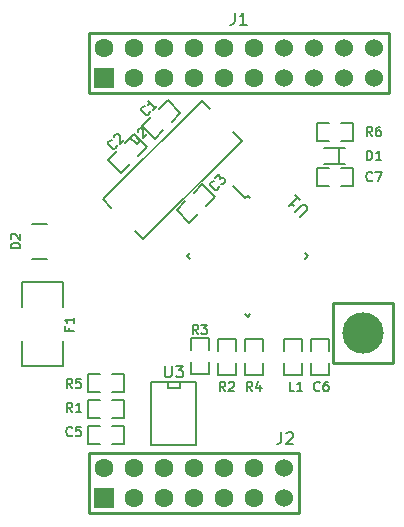
<source format=gbr>
G04 #@! TF.GenerationSoftware,KiCad,Pcbnew,6.0.11-2627ca5db0~126~ubuntu22.04.1*
G04 #@! TF.CreationDate,2023-12-06T10:35:34+01:00*
G04 #@! TF.ProjectId,bus-module_atmega328,6275732d-6d6f-4647-956c-655f61746d65,C*
G04 #@! TF.SameCoordinates,Original*
G04 #@! TF.FileFunction,Legend,Top*
G04 #@! TF.FilePolarity,Positive*
%FSLAX46Y46*%
G04 Gerber Fmt 4.6, Leading zero omitted, Abs format (unit mm)*
G04 Created by KiCad (PCBNEW 6.0.11-2627ca5db0~126~ubuntu22.04.1) date 2023-12-06 10:35:34*
%MOMM*%
%LPD*%
G01*
G04 APERTURE LIST*
%ADD10C,0.150000*%
%ADD11C,0.254000*%
%ADD12R,1.651000X1.651000*%
%ADD13C,1.600200*%
%ADD14C,1.524000*%
%ADD15C,3.500000*%
G04 APERTURE END LIST*
D10*
X92492749Y-86246311D02*
X92492749Y-86300186D01*
X92438874Y-86407935D01*
X92384999Y-86461810D01*
X92277250Y-86515685D01*
X92169500Y-86515685D01*
X92088688Y-86488748D01*
X91954001Y-86407935D01*
X91873189Y-86327123D01*
X91792377Y-86192436D01*
X91765439Y-86111624D01*
X91765439Y-86003874D01*
X91819314Y-85896125D01*
X91873189Y-85842250D01*
X91980938Y-85788375D01*
X92034813Y-85788375D01*
X93085372Y-85761438D02*
X92762123Y-86084687D01*
X92923748Y-85923062D02*
X92358062Y-85357377D01*
X92385000Y-85492064D01*
X92385000Y-85599813D01*
X92358062Y-85680625D01*
X89694921Y-89118483D02*
X89694921Y-89172358D01*
X89641046Y-89280107D01*
X89587171Y-89333982D01*
X89479422Y-89387857D01*
X89371672Y-89387857D01*
X89290860Y-89360920D01*
X89156173Y-89280107D01*
X89075361Y-89199295D01*
X88994549Y-89064608D01*
X88967611Y-88983796D01*
X88967611Y-88876046D01*
X89021486Y-88768297D01*
X89075361Y-88714422D01*
X89183110Y-88660547D01*
X89236985Y-88660547D01*
X89452484Y-88445048D02*
X89452484Y-88391173D01*
X89479422Y-88310361D01*
X89614109Y-88175674D01*
X89694921Y-88148736D01*
X89748796Y-88148736D01*
X89829608Y-88175674D01*
X89883483Y-88229549D01*
X89937358Y-88337298D01*
X89937358Y-88983796D01*
X90287544Y-88633610D01*
X98334749Y-92596311D02*
X98334749Y-92650186D01*
X98280874Y-92757935D01*
X98226999Y-92811810D01*
X98119250Y-92865685D01*
X98011500Y-92865685D01*
X97930688Y-92838748D01*
X97796001Y-92757935D01*
X97715189Y-92677123D01*
X97634377Y-92542436D01*
X97607439Y-92461624D01*
X97607439Y-92353874D01*
X97661314Y-92246125D01*
X97715189Y-92192250D01*
X97822938Y-92138375D01*
X97876813Y-92138375D01*
X98011500Y-91895938D02*
X98361687Y-91545752D01*
X98388624Y-91949813D01*
X98469436Y-91869001D01*
X98550248Y-91842064D01*
X98604123Y-91842064D01*
X98684935Y-91869001D01*
X98819622Y-92003688D01*
X98846560Y-92084500D01*
X98846560Y-92138375D01*
X98819622Y-92219187D01*
X98657998Y-92380812D01*
X98577186Y-92407749D01*
X98523311Y-92407749D01*
X85901666Y-113667714D02*
X85863571Y-113705809D01*
X85749285Y-113743904D01*
X85673095Y-113743904D01*
X85558809Y-113705809D01*
X85482619Y-113629619D01*
X85444523Y-113553428D01*
X85406428Y-113401047D01*
X85406428Y-113286761D01*
X85444523Y-113134380D01*
X85482619Y-113058190D01*
X85558809Y-112982000D01*
X85673095Y-112943904D01*
X85749285Y-112943904D01*
X85863571Y-112982000D01*
X85901666Y-113020095D01*
X86625476Y-112943904D02*
X86244523Y-112943904D01*
X86206428Y-113324857D01*
X86244523Y-113286761D01*
X86320714Y-113248666D01*
X86511190Y-113248666D01*
X86587380Y-113286761D01*
X86625476Y-113324857D01*
X86663571Y-113401047D01*
X86663571Y-113591523D01*
X86625476Y-113667714D01*
X86587380Y-113705809D01*
X86511190Y-113743904D01*
X86320714Y-113743904D01*
X86244523Y-113705809D01*
X86206428Y-113667714D01*
X106856666Y-109857714D02*
X106818571Y-109895809D01*
X106704285Y-109933904D01*
X106628095Y-109933904D01*
X106513809Y-109895809D01*
X106437619Y-109819619D01*
X106399523Y-109743428D01*
X106361428Y-109591047D01*
X106361428Y-109476761D01*
X106399523Y-109324380D01*
X106437619Y-109248190D01*
X106513809Y-109172000D01*
X106628095Y-109133904D01*
X106704285Y-109133904D01*
X106818571Y-109172000D01*
X106856666Y-109210095D01*
X107542380Y-109133904D02*
X107390000Y-109133904D01*
X107313809Y-109172000D01*
X107275714Y-109210095D01*
X107199523Y-109324380D01*
X107161428Y-109476761D01*
X107161428Y-109781523D01*
X107199523Y-109857714D01*
X107237619Y-109895809D01*
X107313809Y-109933904D01*
X107466190Y-109933904D01*
X107542380Y-109895809D01*
X107580476Y-109857714D01*
X107618571Y-109781523D01*
X107618571Y-109591047D01*
X107580476Y-109514857D01*
X107542380Y-109476761D01*
X107466190Y-109438666D01*
X107313809Y-109438666D01*
X107237619Y-109476761D01*
X107199523Y-109514857D01*
X107161428Y-109591047D01*
X111301666Y-92077714D02*
X111263571Y-92115809D01*
X111149285Y-92153904D01*
X111073095Y-92153904D01*
X110958809Y-92115809D01*
X110882619Y-92039619D01*
X110844523Y-91963428D01*
X110806428Y-91811047D01*
X110806428Y-91696761D01*
X110844523Y-91544380D01*
X110882619Y-91468190D01*
X110958809Y-91392000D01*
X111073095Y-91353904D01*
X111149285Y-91353904D01*
X111263571Y-91392000D01*
X111301666Y-91430095D01*
X111568333Y-91353904D02*
X112101666Y-91353904D01*
X111758809Y-92153904D01*
X99671666Y-77892380D02*
X99671666Y-78606666D01*
X99624047Y-78749523D01*
X99528809Y-78844761D01*
X99385952Y-78892380D01*
X99290714Y-78892380D01*
X100671666Y-78892380D02*
X100100238Y-78892380D01*
X100385952Y-78892380D02*
X100385952Y-77892380D01*
X100290714Y-78035238D01*
X100195476Y-78130476D01*
X100100238Y-78178095D01*
X104697666Y-109933904D02*
X104316714Y-109933904D01*
X104316714Y-109133904D01*
X105383380Y-109933904D02*
X104926238Y-109933904D01*
X105154809Y-109933904D02*
X105154809Y-109133904D01*
X105078619Y-109248190D01*
X105002428Y-109324380D01*
X104926238Y-109362476D01*
X85901666Y-111711904D02*
X85635000Y-111330952D01*
X85444523Y-111711904D02*
X85444523Y-110911904D01*
X85749285Y-110911904D01*
X85825476Y-110950000D01*
X85863571Y-110988095D01*
X85901666Y-111064285D01*
X85901666Y-111178571D01*
X85863571Y-111254761D01*
X85825476Y-111292857D01*
X85749285Y-111330952D01*
X85444523Y-111330952D01*
X86663571Y-111711904D02*
X86206428Y-111711904D01*
X86435000Y-111711904D02*
X86435000Y-110911904D01*
X86358809Y-111026190D01*
X86282619Y-111102380D01*
X86206428Y-111140476D01*
X98855666Y-109933904D02*
X98589000Y-109552952D01*
X98398523Y-109933904D02*
X98398523Y-109133904D01*
X98703285Y-109133904D01*
X98779476Y-109172000D01*
X98817571Y-109210095D01*
X98855666Y-109286285D01*
X98855666Y-109400571D01*
X98817571Y-109476761D01*
X98779476Y-109514857D01*
X98703285Y-109552952D01*
X98398523Y-109552952D01*
X99160428Y-109210095D02*
X99198523Y-109172000D01*
X99274714Y-109133904D01*
X99465190Y-109133904D01*
X99541380Y-109172000D01*
X99579476Y-109210095D01*
X99617571Y-109286285D01*
X99617571Y-109362476D01*
X99579476Y-109476761D01*
X99122333Y-109933904D01*
X99617571Y-109933904D01*
X96569666Y-105107904D02*
X96303000Y-104726952D01*
X96112523Y-105107904D02*
X96112523Y-104307904D01*
X96417285Y-104307904D01*
X96493476Y-104346000D01*
X96531571Y-104384095D01*
X96569666Y-104460285D01*
X96569666Y-104574571D01*
X96531571Y-104650761D01*
X96493476Y-104688857D01*
X96417285Y-104726952D01*
X96112523Y-104726952D01*
X96836333Y-104307904D02*
X97331571Y-104307904D01*
X97064904Y-104612666D01*
X97179190Y-104612666D01*
X97255380Y-104650761D01*
X97293476Y-104688857D01*
X97331571Y-104765047D01*
X97331571Y-104955523D01*
X97293476Y-105031714D01*
X97255380Y-105069809D01*
X97179190Y-105107904D01*
X96950619Y-105107904D01*
X96874428Y-105069809D01*
X96836333Y-105031714D01*
X101141666Y-109933904D02*
X100875000Y-109552952D01*
X100684523Y-109933904D02*
X100684523Y-109133904D01*
X100989285Y-109133904D01*
X101065476Y-109172000D01*
X101103571Y-109210095D01*
X101141666Y-109286285D01*
X101141666Y-109400571D01*
X101103571Y-109476761D01*
X101065476Y-109514857D01*
X100989285Y-109552952D01*
X100684523Y-109552952D01*
X101827380Y-109400571D02*
X101827380Y-109933904D01*
X101636904Y-109095809D02*
X101446428Y-109667238D01*
X101941666Y-109667238D01*
X85901666Y-109679904D02*
X85635000Y-109298952D01*
X85444523Y-109679904D02*
X85444523Y-108879904D01*
X85749285Y-108879904D01*
X85825476Y-108918000D01*
X85863571Y-108956095D01*
X85901666Y-109032285D01*
X85901666Y-109146571D01*
X85863571Y-109222761D01*
X85825476Y-109260857D01*
X85749285Y-109298952D01*
X85444523Y-109298952D01*
X86625476Y-108879904D02*
X86244523Y-108879904D01*
X86206428Y-109260857D01*
X86244523Y-109222761D01*
X86320714Y-109184666D01*
X86511190Y-109184666D01*
X86587380Y-109222761D01*
X86625476Y-109260857D01*
X86663571Y-109337047D01*
X86663571Y-109527523D01*
X86625476Y-109603714D01*
X86587380Y-109641809D01*
X86511190Y-109679904D01*
X86320714Y-109679904D01*
X86244523Y-109641809D01*
X86206428Y-109603714D01*
X111301666Y-88343904D02*
X111035000Y-87962952D01*
X110844523Y-88343904D02*
X110844523Y-87543904D01*
X111149285Y-87543904D01*
X111225476Y-87582000D01*
X111263571Y-87620095D01*
X111301666Y-87696285D01*
X111301666Y-87810571D01*
X111263571Y-87886761D01*
X111225476Y-87924857D01*
X111149285Y-87962952D01*
X110844523Y-87962952D01*
X111987380Y-87543904D02*
X111835000Y-87543904D01*
X111758809Y-87582000D01*
X111720714Y-87620095D01*
X111644523Y-87734380D01*
X111606428Y-87886761D01*
X111606428Y-88191523D01*
X111644523Y-88267714D01*
X111682619Y-88305809D01*
X111758809Y-88343904D01*
X111911190Y-88343904D01*
X111987380Y-88305809D01*
X112025476Y-88267714D01*
X112063571Y-88191523D01*
X112063571Y-88001047D01*
X112025476Y-87924857D01*
X111987380Y-87886761D01*
X111911190Y-87848666D01*
X111758809Y-87848666D01*
X111682619Y-87886761D01*
X111644523Y-87924857D01*
X111606428Y-88001047D01*
X93738095Y-107762380D02*
X93738095Y-108571904D01*
X93785714Y-108667142D01*
X93833333Y-108714761D01*
X93928571Y-108762380D01*
X94119047Y-108762380D01*
X94214285Y-108714761D01*
X94261904Y-108667142D01*
X94309523Y-108571904D01*
X94309523Y-107762380D01*
X94690476Y-107762380D02*
X95309523Y-107762380D01*
X94976190Y-108143333D01*
X95119047Y-108143333D01*
X95214285Y-108190952D01*
X95261904Y-108238571D01*
X95309523Y-108333809D01*
X95309523Y-108571904D01*
X95261904Y-108667142D01*
X95214285Y-108714761D01*
X95119047Y-108762380D01*
X94833333Y-108762380D01*
X94738095Y-108714761D01*
X94690476Y-108667142D01*
X110844523Y-90375904D02*
X110844523Y-89575904D01*
X111035000Y-89575904D01*
X111149285Y-89614000D01*
X111225476Y-89690190D01*
X111263571Y-89766380D01*
X111301666Y-89918761D01*
X111301666Y-90033047D01*
X111263571Y-90185428D01*
X111225476Y-90261619D01*
X111149285Y-90337809D01*
X111035000Y-90375904D01*
X110844523Y-90375904D01*
X112063571Y-90375904D02*
X111606428Y-90375904D01*
X111835000Y-90375904D02*
X111835000Y-89575904D01*
X111758809Y-89690190D01*
X111682619Y-89766380D01*
X111606428Y-89804476D01*
X90810234Y-88497643D02*
X91268170Y-88955579D01*
X91348982Y-88982516D01*
X91402857Y-88982516D01*
X91483669Y-88955579D01*
X91591419Y-88847829D01*
X91618356Y-88767017D01*
X91618356Y-88713142D01*
X91591419Y-88632330D01*
X91133483Y-88174394D01*
X91429794Y-87985832D02*
X91429794Y-87931957D01*
X91456732Y-87851145D01*
X91591419Y-87716458D01*
X91672231Y-87689521D01*
X91726106Y-87689521D01*
X91806918Y-87716458D01*
X91860793Y-87770333D01*
X91914667Y-87878083D01*
X91914667Y-88524580D01*
X92264854Y-88174394D01*
X103611666Y-113402380D02*
X103611666Y-114116666D01*
X103564047Y-114259523D01*
X103468809Y-114354761D01*
X103325952Y-114402380D01*
X103230714Y-114402380D01*
X104040238Y-113497619D02*
X104087857Y-113450000D01*
X104183095Y-113402380D01*
X104421190Y-113402380D01*
X104516428Y-113450000D01*
X104564047Y-113497619D01*
X104611666Y-113592857D01*
X104611666Y-113688095D01*
X104564047Y-113830952D01*
X103992619Y-114402380D01*
X104611666Y-114402380D01*
X105179518Y-95147977D02*
X105751938Y-94575557D01*
X105785610Y-94474542D01*
X105785610Y-94407198D01*
X105751938Y-94306183D01*
X105617251Y-94171496D01*
X105516236Y-94137824D01*
X105448892Y-94137824D01*
X105347877Y-94171496D01*
X104775457Y-94743916D01*
X104775457Y-93329702D02*
X105179518Y-93733763D01*
X104977488Y-93531733D02*
X104270381Y-94238839D01*
X104438740Y-94205168D01*
X104573427Y-94205168D01*
X104674442Y-94238839D01*
X81475904Y-97843476D02*
X80675904Y-97843476D01*
X80675904Y-97653000D01*
X80714000Y-97538714D01*
X80790190Y-97462523D01*
X80866380Y-97424428D01*
X81018761Y-97386333D01*
X81133047Y-97386333D01*
X81285428Y-97424428D01*
X81361619Y-97462523D01*
X81437809Y-97538714D01*
X81475904Y-97653000D01*
X81475904Y-97843476D01*
X80752095Y-97081571D02*
X80714000Y-97043476D01*
X80675904Y-96967285D01*
X80675904Y-96776809D01*
X80714000Y-96700619D01*
X80752095Y-96662523D01*
X80828285Y-96624428D01*
X80904476Y-96624428D01*
X81018761Y-96662523D01*
X81475904Y-97119666D01*
X81475904Y-96624428D01*
X85647657Y-104555466D02*
X85647657Y-104822133D01*
X86066704Y-104822133D02*
X85266704Y-104822133D01*
X85266704Y-104441180D01*
X86066704Y-103717371D02*
X86066704Y-104174514D01*
X86066704Y-103945942D02*
X85266704Y-103945942D01*
X85380990Y-104022133D01*
X85457180Y-104098323D01*
X85495276Y-104174514D01*
X93268914Y-86038455D02*
X93987334Y-85320035D01*
X93987334Y-85320035D02*
X95064965Y-86397666D01*
X91832073Y-87475296D02*
X92550493Y-86756876D01*
X95064965Y-86397666D02*
X94346545Y-87116086D01*
X92909704Y-88552927D02*
X91832073Y-87475296D01*
X93628124Y-87834507D02*
X92909704Y-88552927D01*
X88958554Y-90348815D02*
X89676974Y-89630395D01*
X91113815Y-88193554D02*
X92191446Y-89271185D01*
X90036185Y-91426446D02*
X88958554Y-90348815D01*
X90395395Y-88911974D02*
X91113815Y-88193554D01*
X90754605Y-90708026D02*
X90036185Y-91426446D01*
X92191446Y-89271185D02*
X91473026Y-89989605D01*
X96540124Y-94937507D02*
X95821704Y-95655927D01*
X96899334Y-92423035D02*
X97976965Y-93500666D01*
X97976965Y-93500666D02*
X97258545Y-94219086D01*
X94744073Y-94578296D02*
X95462493Y-93859876D01*
X96180914Y-93141455D02*
X96899334Y-92423035D01*
X95821704Y-95655927D02*
X94744073Y-94578296D01*
X90251500Y-112848000D02*
X90251500Y-114372000D01*
X87203500Y-114372000D02*
X87203500Y-112848000D01*
X88219500Y-114372000D02*
X87203500Y-114372000D01*
X89235500Y-112848000D02*
X90251500Y-112848000D01*
X90251500Y-114372000D02*
X89235500Y-114372000D01*
X87203500Y-112848000D02*
X88219500Y-112848000D01*
X106101000Y-106524000D02*
X106101000Y-105508000D01*
X106101000Y-105508000D02*
X107625000Y-105508000D01*
X107625000Y-105508000D02*
X107625000Y-106524000D01*
X107625000Y-108556000D02*
X106101000Y-108556000D01*
X106101000Y-108556000D02*
X106101000Y-107540000D01*
X107625000Y-107540000D02*
X107625000Y-108556000D01*
X106609000Y-92554000D02*
X106609000Y-91030000D01*
X109657000Y-92554000D02*
X108641000Y-92554000D01*
X109657000Y-91030000D02*
X109657000Y-92554000D01*
X108641000Y-91030000D02*
X109657000Y-91030000D01*
X107625000Y-92554000D02*
X106609000Y-92554000D01*
X106609000Y-91030000D02*
X107625000Y-91030000D01*
D11*
X87305000Y-79600000D02*
X112705000Y-79600000D01*
X112705000Y-79600000D02*
X112705000Y-84680000D01*
X87305000Y-84680000D02*
X87305000Y-79600000D01*
X87305000Y-84680000D02*
X112705000Y-84680000D01*
D10*
X105339000Y-108556000D02*
X103815000Y-108556000D01*
X103815000Y-105508000D02*
X105339000Y-105508000D01*
X105339000Y-105508000D02*
X105339000Y-106524000D01*
X105339000Y-107540000D02*
X105339000Y-108556000D01*
X103815000Y-108556000D02*
X103815000Y-107540000D01*
X103815000Y-106524000D02*
X103815000Y-105508000D01*
X87203500Y-110648000D02*
X88219500Y-110648000D01*
X88219500Y-112172000D02*
X87203500Y-112172000D01*
X87203500Y-112172000D02*
X87203500Y-110648000D01*
X90251500Y-110648000D02*
X90251500Y-112172000D01*
X90251500Y-112172000D02*
X89235500Y-112172000D01*
X89235500Y-110648000D02*
X90251500Y-110648000D01*
X98238000Y-105486000D02*
X99762000Y-105486000D01*
X99762000Y-107518000D02*
X99762000Y-108534000D01*
X98238000Y-108534000D02*
X98238000Y-107518000D01*
X99762000Y-105486000D02*
X99762000Y-106502000D01*
X99762000Y-108534000D02*
X98238000Y-108534000D01*
X98238000Y-106502000D02*
X98238000Y-105486000D01*
X97512000Y-107470500D02*
X97512000Y-108486500D01*
X97512000Y-105438500D02*
X97512000Y-106454500D01*
X97512000Y-108486500D02*
X95988000Y-108486500D01*
X95988000Y-108486500D02*
X95988000Y-107470500D01*
X95988000Y-105438500D02*
X97512000Y-105438500D01*
X95988000Y-106454500D02*
X95988000Y-105438500D01*
X102012000Y-107518000D02*
X102012000Y-108534000D01*
X100488000Y-106502000D02*
X100488000Y-105486000D01*
X100488000Y-108534000D02*
X100488000Y-107518000D01*
X102012000Y-108534000D02*
X100488000Y-108534000D01*
X100488000Y-105486000D02*
X102012000Y-105486000D01*
X102012000Y-105486000D02*
X102012000Y-106502000D01*
X87251000Y-109972000D02*
X87251000Y-108448000D01*
X90299000Y-108448000D02*
X90299000Y-109972000D01*
X88267000Y-109972000D02*
X87251000Y-109972000D01*
X90299000Y-109972000D02*
X89283000Y-109972000D01*
X87251000Y-108448000D02*
X88267000Y-108448000D01*
X89283000Y-108448000D02*
X90299000Y-108448000D01*
X109657000Y-87220000D02*
X109657000Y-88744000D01*
X106609000Y-88744000D02*
X106609000Y-87220000D01*
X108641000Y-87220000D02*
X109657000Y-87220000D01*
X109657000Y-88744000D02*
X108641000Y-88744000D01*
X106609000Y-87220000D02*
X107625000Y-87220000D01*
X107625000Y-88744000D02*
X106609000Y-88744000D01*
X92722000Y-109143000D02*
X92595000Y-109143000D01*
X96405000Y-114477000D02*
X96405000Y-109143000D01*
X92595000Y-109143000D02*
X92595000Y-114477000D01*
X93992000Y-109651000D02*
X93992000Y-109143000D01*
X95008000Y-109143000D02*
X95008000Y-109651000D01*
X96405000Y-114477000D02*
X92595000Y-114477000D01*
X95008000Y-109651000D02*
X93992000Y-109651000D01*
X96405000Y-109143000D02*
X92722000Y-109143000D01*
X109032160Y-90689640D02*
X107233840Y-90689640D01*
X108483520Y-89338360D02*
X108483520Y-90689640D01*
X107233840Y-89338360D02*
X109032160Y-89338360D01*
X96854753Y-85335711D02*
X88510299Y-93680165D01*
X96854753Y-85335711D02*
X97562397Y-86043355D01*
X91904835Y-97074701D02*
X91197191Y-96367057D01*
X91904835Y-97074701D02*
X100249289Y-88730247D01*
X100249289Y-88730247D02*
X99541645Y-88022603D01*
X88510299Y-93680165D02*
X89217943Y-94387809D01*
D11*
X113040000Y-102460000D02*
X107960000Y-102460000D01*
X107960000Y-107540000D02*
X113040000Y-107540000D01*
X113040000Y-107540000D02*
X113040000Y-102460000D01*
X107960000Y-102460000D02*
X107960000Y-107540000D01*
X105085000Y-115160000D02*
X105085000Y-120240000D01*
X87305000Y-120240000D02*
X105085000Y-120240000D01*
X105085000Y-115160000D02*
X87305000Y-115160000D01*
X87305000Y-120240000D02*
X87305000Y-115160000D01*
D10*
X95623476Y-98500000D02*
X95853286Y-98729810D01*
X105876524Y-98500000D02*
X105646714Y-98729810D01*
X100750000Y-103626524D02*
X100979810Y-103396714D01*
X105876524Y-98500000D02*
X105646714Y-98270190D01*
X95623476Y-98500000D02*
X95853286Y-98270190D01*
X100750000Y-93373476D02*
X100979810Y-93603286D01*
X100750000Y-103626524D02*
X100520190Y-103396714D01*
X100520190Y-93603286D02*
X99512563Y-92595658D01*
X100750000Y-93373476D02*
X100520190Y-93603286D01*
X82464000Y-98753000D02*
X83764000Y-98753000D01*
X82464000Y-95753000D02*
X83764000Y-95753000D01*
X81640800Y-102764800D02*
X81640800Y-100682000D01*
X85120600Y-107768600D02*
X85120600Y-105685800D01*
X81640800Y-107768600D02*
X85120600Y-107768600D01*
X81640800Y-100682000D02*
X85120600Y-100682000D01*
X85120600Y-100682000D02*
X85120600Y-102764800D01*
X81640800Y-105685800D02*
X81640800Y-107768600D01*
D12*
X88575000Y-83410000D03*
D13*
X88575000Y-80870000D03*
X91115000Y-83410000D03*
X91115000Y-80870000D03*
X93655000Y-83410000D03*
X93655000Y-80870000D03*
X96195000Y-83410000D03*
X96195000Y-80870000D03*
X98735000Y-83410000D03*
X98735000Y-80870000D03*
X101275000Y-83410000D03*
X101275000Y-80870000D03*
D14*
X103815000Y-83410000D03*
X103815000Y-80870000D03*
X106355000Y-83410000D03*
X106355000Y-80870000D03*
X108895000Y-83410000D03*
X108895000Y-80870000D03*
X111435000Y-83410000D03*
X111435000Y-80870000D03*
D15*
X110500000Y-105000000D03*
D12*
X88575000Y-118970000D03*
D13*
X88575000Y-116430000D03*
X91115000Y-118970000D03*
X91115000Y-116430000D03*
X93655000Y-118970000D03*
X93655000Y-116430000D03*
X96195000Y-118970000D03*
X96195000Y-116430000D03*
X98735000Y-118970000D03*
X98735000Y-116430000D03*
X101275000Y-118970000D03*
X101275000Y-116430000D03*
D14*
X103815000Y-118970000D03*
X103815000Y-116430000D03*
M02*

</source>
